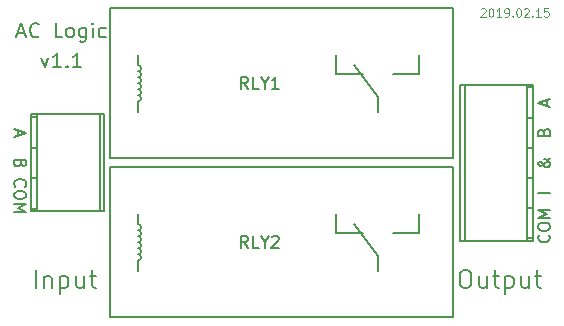
<source format=gbr>
%TF.GenerationSoftware,KiCad,Pcbnew,(5.1.10)-1*%
%TF.CreationDate,2022-08-28T21:22:16-05:00*%
%TF.ProjectId,AC Logic Board,4143204c-6f67-4696-9320-426f6172642e,rev?*%
%TF.SameCoordinates,Original*%
%TF.FileFunction,Legend,Top*%
%TF.FilePolarity,Positive*%
%FSLAX46Y46*%
G04 Gerber Fmt 4.6, Leading zero omitted, Abs format (unit mm)*
G04 Created by KiCad (PCBNEW (5.1.10)-1) date 2022-08-28 21:22:16*
%MOMM*%
%LPD*%
G01*
G04 APERTURE LIST*
%ADD10C,0.100000*%
%ADD11C,0.150000*%
%ADD12C,0.200000*%
G04 APERTURE END LIST*
D10*
X154359333Y-75883333D02*
X154392666Y-75850000D01*
X154459333Y-75816666D01*
X154626000Y-75816666D01*
X154692666Y-75850000D01*
X154726000Y-75883333D01*
X154759333Y-75950000D01*
X154759333Y-76016666D01*
X154726000Y-76116666D01*
X154326000Y-76516666D01*
X154759333Y-76516666D01*
X155192666Y-75816666D02*
X155259333Y-75816666D01*
X155326000Y-75850000D01*
X155359333Y-75883333D01*
X155392666Y-75950000D01*
X155426000Y-76083333D01*
X155426000Y-76250000D01*
X155392666Y-76383333D01*
X155359333Y-76450000D01*
X155326000Y-76483333D01*
X155259333Y-76516666D01*
X155192666Y-76516666D01*
X155126000Y-76483333D01*
X155092666Y-76450000D01*
X155059333Y-76383333D01*
X155026000Y-76250000D01*
X155026000Y-76083333D01*
X155059333Y-75950000D01*
X155092666Y-75883333D01*
X155126000Y-75850000D01*
X155192666Y-75816666D01*
X156092666Y-76516666D02*
X155692666Y-76516666D01*
X155892666Y-76516666D02*
X155892666Y-75816666D01*
X155826000Y-75916666D01*
X155759333Y-75983333D01*
X155692666Y-76016666D01*
X156426000Y-76516666D02*
X156559333Y-76516666D01*
X156626000Y-76483333D01*
X156659333Y-76450000D01*
X156726000Y-76350000D01*
X156759333Y-76216666D01*
X156759333Y-75950000D01*
X156726000Y-75883333D01*
X156692666Y-75850000D01*
X156626000Y-75816666D01*
X156492666Y-75816666D01*
X156426000Y-75850000D01*
X156392666Y-75883333D01*
X156359333Y-75950000D01*
X156359333Y-76116666D01*
X156392666Y-76183333D01*
X156426000Y-76216666D01*
X156492666Y-76250000D01*
X156626000Y-76250000D01*
X156692666Y-76216666D01*
X156726000Y-76183333D01*
X156759333Y-76116666D01*
X157059333Y-76450000D02*
X157092666Y-76483333D01*
X157059333Y-76516666D01*
X157026000Y-76483333D01*
X157059333Y-76450000D01*
X157059333Y-76516666D01*
X157526000Y-75816666D02*
X157592666Y-75816666D01*
X157659333Y-75850000D01*
X157692666Y-75883333D01*
X157726000Y-75950000D01*
X157759333Y-76083333D01*
X157759333Y-76250000D01*
X157726000Y-76383333D01*
X157692666Y-76450000D01*
X157659333Y-76483333D01*
X157592666Y-76516666D01*
X157526000Y-76516666D01*
X157459333Y-76483333D01*
X157426000Y-76450000D01*
X157392666Y-76383333D01*
X157359333Y-76250000D01*
X157359333Y-76083333D01*
X157392666Y-75950000D01*
X157426000Y-75883333D01*
X157459333Y-75850000D01*
X157526000Y-75816666D01*
X158026000Y-75883333D02*
X158059333Y-75850000D01*
X158126000Y-75816666D01*
X158292666Y-75816666D01*
X158359333Y-75850000D01*
X158392666Y-75883333D01*
X158426000Y-75950000D01*
X158426000Y-76016666D01*
X158392666Y-76116666D01*
X157992666Y-76516666D01*
X158426000Y-76516666D01*
X158726000Y-76450000D02*
X158759333Y-76483333D01*
X158726000Y-76516666D01*
X158692666Y-76483333D01*
X158726000Y-76450000D01*
X158726000Y-76516666D01*
X159426000Y-76516666D02*
X159026000Y-76516666D01*
X159226000Y-76516666D02*
X159226000Y-75816666D01*
X159159333Y-75916666D01*
X159092666Y-75983333D01*
X159026000Y-76016666D01*
X160059333Y-75816666D02*
X159726000Y-75816666D01*
X159692666Y-76150000D01*
X159726000Y-76116666D01*
X159792666Y-76083333D01*
X159959333Y-76083333D01*
X160026000Y-76116666D01*
X160059333Y-76150000D01*
X160092666Y-76216666D01*
X160092666Y-76383333D01*
X160059333Y-76450000D01*
X160026000Y-76483333D01*
X159959333Y-76516666D01*
X159792666Y-76516666D01*
X159726000Y-76483333D01*
X159692666Y-76450000D01*
D11*
X117157714Y-80006857D02*
X117443428Y-80806857D01*
X117729142Y-80006857D01*
X118814857Y-80806857D02*
X118129142Y-80806857D01*
X118472000Y-80806857D02*
X118472000Y-79606857D01*
X118357714Y-79778285D01*
X118243428Y-79892571D01*
X118129142Y-79949714D01*
X119329142Y-80692571D02*
X119386285Y-80749714D01*
X119329142Y-80806857D01*
X119272000Y-80749714D01*
X119329142Y-80692571D01*
X119329142Y-80806857D01*
X120529142Y-80806857D02*
X119843428Y-80806857D01*
X120186285Y-80806857D02*
X120186285Y-79606857D01*
X120072000Y-79778285D01*
X119957714Y-79892571D01*
X119843428Y-79949714D01*
X115157714Y-77924000D02*
X115729142Y-77924000D01*
X115043428Y-78266857D02*
X115443428Y-77066857D01*
X115843428Y-78266857D01*
X116929142Y-78152571D02*
X116872000Y-78209714D01*
X116700571Y-78266857D01*
X116586285Y-78266857D01*
X116414857Y-78209714D01*
X116300571Y-78095428D01*
X116243428Y-77981142D01*
X116186285Y-77752571D01*
X116186285Y-77581142D01*
X116243428Y-77352571D01*
X116300571Y-77238285D01*
X116414857Y-77124000D01*
X116586285Y-77066857D01*
X116700571Y-77066857D01*
X116872000Y-77124000D01*
X116929142Y-77181142D01*
X118929142Y-78266857D02*
X118357714Y-78266857D01*
X118357714Y-77066857D01*
X119500571Y-78266857D02*
X119386285Y-78209714D01*
X119329142Y-78152571D01*
X119272000Y-78038285D01*
X119272000Y-77695428D01*
X119329142Y-77581142D01*
X119386285Y-77524000D01*
X119500571Y-77466857D01*
X119672000Y-77466857D01*
X119786285Y-77524000D01*
X119843428Y-77581142D01*
X119900571Y-77695428D01*
X119900571Y-78038285D01*
X119843428Y-78152571D01*
X119786285Y-78209714D01*
X119672000Y-78266857D01*
X119500571Y-78266857D01*
X120929142Y-77466857D02*
X120929142Y-78438285D01*
X120872000Y-78552571D01*
X120814857Y-78609714D01*
X120700571Y-78666857D01*
X120529142Y-78666857D01*
X120414857Y-78609714D01*
X120929142Y-78209714D02*
X120814857Y-78266857D01*
X120586285Y-78266857D01*
X120472000Y-78209714D01*
X120414857Y-78152571D01*
X120357714Y-78038285D01*
X120357714Y-77695428D01*
X120414857Y-77581142D01*
X120472000Y-77524000D01*
X120586285Y-77466857D01*
X120814857Y-77466857D01*
X120929142Y-77524000D01*
X121500571Y-78266857D02*
X121500571Y-77466857D01*
X121500571Y-77066857D02*
X121443428Y-77124000D01*
X121500571Y-77181142D01*
X121557714Y-77124000D01*
X121500571Y-77066857D01*
X121500571Y-77181142D01*
X122586285Y-78209714D02*
X122472000Y-78266857D01*
X122243428Y-78266857D01*
X122129142Y-78209714D01*
X122072000Y-78152571D01*
X122014857Y-78038285D01*
X122014857Y-77695428D01*
X122072000Y-77581142D01*
X122129142Y-77524000D01*
X122243428Y-77466857D01*
X122472000Y-77466857D01*
X122586285Y-77524000D01*
X160123142Y-95019714D02*
X160170761Y-95067333D01*
X160218380Y-95210190D01*
X160218380Y-95305428D01*
X160170761Y-95448285D01*
X160075523Y-95543523D01*
X159980285Y-95591142D01*
X159789809Y-95638761D01*
X159646952Y-95638761D01*
X159456476Y-95591142D01*
X159361238Y-95543523D01*
X159266000Y-95448285D01*
X159218380Y-95305428D01*
X159218380Y-95210190D01*
X159266000Y-95067333D01*
X159313619Y-95019714D01*
X159218380Y-94400666D02*
X159218380Y-94210190D01*
X159266000Y-94114952D01*
X159361238Y-94019714D01*
X159551714Y-93972095D01*
X159885047Y-93972095D01*
X160075523Y-94019714D01*
X160170761Y-94114952D01*
X160218380Y-94210190D01*
X160218380Y-94400666D01*
X160170761Y-94495904D01*
X160075523Y-94591142D01*
X159885047Y-94638761D01*
X159551714Y-94638761D01*
X159361238Y-94591142D01*
X159266000Y-94495904D01*
X159218380Y-94400666D01*
X160218380Y-93543523D02*
X159218380Y-93543523D01*
X159932666Y-93210190D01*
X159218380Y-92876857D01*
X160218380Y-92876857D01*
X160218380Y-91440000D02*
X159218380Y-91440000D01*
X160218380Y-88471428D02*
X160218380Y-88519047D01*
X160170761Y-88614285D01*
X160027904Y-88757142D01*
X159742190Y-88995238D01*
X159599333Y-89090476D01*
X159456476Y-89138095D01*
X159361238Y-89138095D01*
X159266000Y-89090476D01*
X159218380Y-88995238D01*
X159218380Y-88947619D01*
X159266000Y-88852380D01*
X159361238Y-88804761D01*
X159408857Y-88804761D01*
X159504095Y-88852380D01*
X159551714Y-88900000D01*
X159742190Y-89185714D01*
X159789809Y-89233333D01*
X159885047Y-89280952D01*
X160027904Y-89280952D01*
X160123142Y-89233333D01*
X160170761Y-89185714D01*
X160218380Y-89090476D01*
X160218380Y-88947619D01*
X160170761Y-88852380D01*
X160123142Y-88804761D01*
X159932666Y-88661904D01*
X159789809Y-88614285D01*
X159694571Y-88614285D01*
X159694571Y-86288571D02*
X159742190Y-86145714D01*
X159789809Y-86098095D01*
X159885047Y-86050476D01*
X160027904Y-86050476D01*
X160123142Y-86098095D01*
X160170761Y-86145714D01*
X160218380Y-86240952D01*
X160218380Y-86621904D01*
X159218380Y-86621904D01*
X159218380Y-86288571D01*
X159266000Y-86193333D01*
X159313619Y-86145714D01*
X159408857Y-86098095D01*
X159504095Y-86098095D01*
X159599333Y-86145714D01*
X159646952Y-86193333D01*
X159694571Y-86288571D01*
X159694571Y-86621904D01*
X159932666Y-84058095D02*
X159932666Y-83581904D01*
X160218380Y-84153333D02*
X159218380Y-83820000D01*
X160218380Y-83486666D01*
D12*
X152920285Y-97984571D02*
X153206000Y-97984571D01*
X153348857Y-98056000D01*
X153491714Y-98198857D01*
X153563142Y-98484571D01*
X153563142Y-98984571D01*
X153491714Y-99270285D01*
X153348857Y-99413142D01*
X153206000Y-99484571D01*
X152920285Y-99484571D01*
X152777428Y-99413142D01*
X152634571Y-99270285D01*
X152563142Y-98984571D01*
X152563142Y-98484571D01*
X152634571Y-98198857D01*
X152777428Y-98056000D01*
X152920285Y-97984571D01*
X154848857Y-98484571D02*
X154848857Y-99484571D01*
X154206000Y-98484571D02*
X154206000Y-99270285D01*
X154277428Y-99413142D01*
X154420285Y-99484571D01*
X154634571Y-99484571D01*
X154777428Y-99413142D01*
X154848857Y-99341714D01*
X155348857Y-98484571D02*
X155920285Y-98484571D01*
X155563142Y-97984571D02*
X155563142Y-99270285D01*
X155634571Y-99413142D01*
X155777428Y-99484571D01*
X155920285Y-99484571D01*
X156420285Y-98484571D02*
X156420285Y-99984571D01*
X156420285Y-98556000D02*
X156563142Y-98484571D01*
X156848857Y-98484571D01*
X156991714Y-98556000D01*
X157063142Y-98627428D01*
X157134571Y-98770285D01*
X157134571Y-99198857D01*
X157063142Y-99341714D01*
X156991714Y-99413142D01*
X156848857Y-99484571D01*
X156563142Y-99484571D01*
X156420285Y-99413142D01*
X158420285Y-98484571D02*
X158420285Y-99484571D01*
X157777428Y-98484571D02*
X157777428Y-99270285D01*
X157848857Y-99413142D01*
X157991714Y-99484571D01*
X158206000Y-99484571D01*
X158348857Y-99413142D01*
X158420285Y-99341714D01*
X158920285Y-98484571D02*
X159491714Y-98484571D01*
X159134571Y-97984571D02*
X159134571Y-99270285D01*
X159206000Y-99413142D01*
X159348857Y-99484571D01*
X159491714Y-99484571D01*
D11*
X114958857Y-90908285D02*
X114911238Y-90860666D01*
X114863619Y-90717809D01*
X114863619Y-90622571D01*
X114911238Y-90479714D01*
X115006476Y-90384476D01*
X115101714Y-90336857D01*
X115292190Y-90289238D01*
X115435047Y-90289238D01*
X115625523Y-90336857D01*
X115720761Y-90384476D01*
X115816000Y-90479714D01*
X115863619Y-90622571D01*
X115863619Y-90717809D01*
X115816000Y-90860666D01*
X115768380Y-90908285D01*
X115863619Y-91527333D02*
X115863619Y-91717809D01*
X115816000Y-91813047D01*
X115720761Y-91908285D01*
X115530285Y-91955904D01*
X115196952Y-91955904D01*
X115006476Y-91908285D01*
X114911238Y-91813047D01*
X114863619Y-91717809D01*
X114863619Y-91527333D01*
X114911238Y-91432095D01*
X115006476Y-91336857D01*
X115196952Y-91289238D01*
X115530285Y-91289238D01*
X115720761Y-91336857D01*
X115816000Y-91432095D01*
X115863619Y-91527333D01*
X114863619Y-92384476D02*
X115863619Y-92384476D01*
X115149333Y-92717809D01*
X115863619Y-93051142D01*
X114863619Y-93051142D01*
X115387428Y-88971428D02*
X115339809Y-89114285D01*
X115292190Y-89161904D01*
X115196952Y-89209523D01*
X115054095Y-89209523D01*
X114958857Y-89161904D01*
X114911238Y-89114285D01*
X114863619Y-89019047D01*
X114863619Y-88638095D01*
X115863619Y-88638095D01*
X115863619Y-88971428D01*
X115816000Y-89066666D01*
X115768380Y-89114285D01*
X115673142Y-89161904D01*
X115577904Y-89161904D01*
X115482666Y-89114285D01*
X115435047Y-89066666D01*
X115387428Y-88971428D01*
X115387428Y-88638095D01*
X115149333Y-86121904D02*
X115149333Y-86598095D01*
X114863619Y-86026666D02*
X115863619Y-86360000D01*
X114863619Y-86693333D01*
D12*
X116661714Y-99484571D02*
X116661714Y-97984571D01*
X117376000Y-98484571D02*
X117376000Y-99484571D01*
X117376000Y-98627428D02*
X117447428Y-98556000D01*
X117590285Y-98484571D01*
X117804571Y-98484571D01*
X117947428Y-98556000D01*
X118018857Y-98698857D01*
X118018857Y-99484571D01*
X118733142Y-98484571D02*
X118733142Y-99984571D01*
X118733142Y-98556000D02*
X118876000Y-98484571D01*
X119161714Y-98484571D01*
X119304571Y-98556000D01*
X119376000Y-98627428D01*
X119447428Y-98770285D01*
X119447428Y-99198857D01*
X119376000Y-99341714D01*
X119304571Y-99413142D01*
X119161714Y-99484571D01*
X118876000Y-99484571D01*
X118733142Y-99413142D01*
X120733142Y-98484571D02*
X120733142Y-99484571D01*
X120090285Y-98484571D02*
X120090285Y-99270285D01*
X120161714Y-99413142D01*
X120304571Y-99484571D01*
X120518857Y-99484571D01*
X120661714Y-99413142D01*
X120733142Y-99341714D01*
X121233142Y-98484571D02*
X121804571Y-98484571D01*
X121447428Y-97984571D02*
X121447428Y-99270285D01*
X121518857Y-99413142D01*
X121661714Y-99484571D01*
X121804571Y-99484571D01*
D11*
%TO.C,RLY1*%
X122986000Y-75819000D02*
X151986000Y-75819000D01*
X151986000Y-75819000D02*
X151986000Y-88519000D01*
X151986000Y-88519000D02*
X122986000Y-88519000D01*
X122986000Y-75819000D02*
X122986000Y-88519000D01*
X142113000Y-79756000D02*
X142113000Y-81407000D01*
X142113000Y-81407000D02*
X144399000Y-81407000D01*
X149098000Y-79756000D02*
X149098000Y-81407000D01*
X149098000Y-81407000D02*
X146939000Y-81407000D01*
X145669000Y-84582000D02*
X145669000Y-83312000D01*
X145669000Y-83312000D02*
X143637000Y-80645000D01*
X125349000Y-83693000D02*
X125349000Y-84582000D01*
X125349000Y-80645000D02*
X125349000Y-79756000D01*
X125349000Y-82169000D02*
G75*
G03*
X125349000Y-81661000I0J254000D01*
G01*
X125349000Y-81153000D02*
G75*
G03*
X125349000Y-80645000I0J254000D01*
G01*
X125349000Y-81661000D02*
G75*
G03*
X125349000Y-81153000I0J254000D01*
G01*
X125349000Y-83185000D02*
G75*
G03*
X125349000Y-82677000I0J254000D01*
G01*
X125349000Y-82677000D02*
G75*
G03*
X125349000Y-82169000I0J254000D01*
G01*
X125349000Y-83693000D02*
G75*
G03*
X125349000Y-83185000I0J254000D01*
G01*
%TO.C,RLY2*%
X122986000Y-89281000D02*
X151986000Y-89281000D01*
X151986000Y-89281000D02*
X151986000Y-101981000D01*
X151986000Y-101981000D02*
X122986000Y-101981000D01*
X122986000Y-89281000D02*
X122986000Y-101981000D01*
X142113000Y-93218000D02*
X142113000Y-94869000D01*
X142113000Y-94869000D02*
X144399000Y-94869000D01*
X149098000Y-93218000D02*
X149098000Y-94869000D01*
X149098000Y-94869000D02*
X146939000Y-94869000D01*
X145669000Y-98044000D02*
X145669000Y-96774000D01*
X145669000Y-96774000D02*
X143637000Y-94107000D01*
X125349000Y-97155000D02*
X125349000Y-98044000D01*
X125349000Y-94107000D02*
X125349000Y-93218000D01*
X125349000Y-95631000D02*
G75*
G03*
X125349000Y-95123000I0J254000D01*
G01*
X125349000Y-94615000D02*
G75*
G03*
X125349000Y-94107000I0J254000D01*
G01*
X125349000Y-95123000D02*
G75*
G03*
X125349000Y-94615000I0J254000D01*
G01*
X125349000Y-96647000D02*
G75*
G03*
X125349000Y-96139000I0J254000D01*
G01*
X125349000Y-96139000D02*
G75*
G03*
X125349000Y-95631000I0J254000D01*
G01*
X125349000Y-97155000D02*
G75*
G03*
X125349000Y-96647000I0J254000D01*
G01*
%TO.C,J2*%
X152603200Y-95496380D02*
X158800800Y-95496380D01*
X158800800Y-82303620D02*
X152603200Y-82303620D01*
X158800800Y-92697300D02*
X158302960Y-92697300D01*
X158302960Y-82501740D02*
X158800800Y-82501740D01*
X158800800Y-95298260D02*
X158302960Y-95298260D01*
X158302960Y-90200480D02*
X158800800Y-90200480D01*
X158302960Y-87602060D02*
X158800800Y-87602060D01*
X152603200Y-82301080D02*
X152603200Y-95498920D01*
X153001980Y-95498920D02*
X153001980Y-82301080D01*
X158302960Y-95498920D02*
X158302960Y-82301080D01*
X158800800Y-82301080D02*
X158800800Y-95498920D01*
X158302960Y-85100160D02*
X158800800Y-85100160D01*
%TO.C,J1*%
X122478800Y-84802980D02*
X116281200Y-84802980D01*
X116281200Y-92999560D02*
X122478800Y-92999560D01*
X116281200Y-87602060D02*
X116779040Y-87602060D01*
X116779040Y-92801440D02*
X116281200Y-92801440D01*
X116281200Y-85001100D02*
X116779040Y-85001100D01*
X116779040Y-90200480D02*
X116281200Y-90200480D01*
X116281200Y-84800440D02*
X116281200Y-92999560D01*
X116779040Y-92999560D02*
X116779040Y-84800440D01*
X122080020Y-92999560D02*
X122080020Y-84800440D01*
X122478800Y-92999560D02*
X122478800Y-84800440D01*
%TO.C,RLY1*%
X134636000Y-82621380D02*
X134302666Y-82145190D01*
X134064571Y-82621380D02*
X134064571Y-81621380D01*
X134445523Y-81621380D01*
X134540761Y-81669000D01*
X134588380Y-81716619D01*
X134636000Y-81811857D01*
X134636000Y-81954714D01*
X134588380Y-82049952D01*
X134540761Y-82097571D01*
X134445523Y-82145190D01*
X134064571Y-82145190D01*
X135540761Y-82621380D02*
X135064571Y-82621380D01*
X135064571Y-81621380D01*
X136064571Y-82145190D02*
X136064571Y-82621380D01*
X135731238Y-81621380D02*
X136064571Y-82145190D01*
X136397904Y-81621380D01*
X137255047Y-82621380D02*
X136683619Y-82621380D01*
X136969333Y-82621380D02*
X136969333Y-81621380D01*
X136874095Y-81764238D01*
X136778857Y-81859476D01*
X136683619Y-81907095D01*
%TO.C,RLY2*%
X134636000Y-96083380D02*
X134302666Y-95607190D01*
X134064571Y-96083380D02*
X134064571Y-95083380D01*
X134445523Y-95083380D01*
X134540761Y-95131000D01*
X134588380Y-95178619D01*
X134636000Y-95273857D01*
X134636000Y-95416714D01*
X134588380Y-95511952D01*
X134540761Y-95559571D01*
X134445523Y-95607190D01*
X134064571Y-95607190D01*
X135540761Y-96083380D02*
X135064571Y-96083380D01*
X135064571Y-95083380D01*
X136064571Y-95607190D02*
X136064571Y-96083380D01*
X135731238Y-95083380D02*
X136064571Y-95607190D01*
X136397904Y-95083380D01*
X136683619Y-95178619D02*
X136731238Y-95131000D01*
X136826476Y-95083380D01*
X137064571Y-95083380D01*
X137159809Y-95131000D01*
X137207428Y-95178619D01*
X137255047Y-95273857D01*
X137255047Y-95369095D01*
X137207428Y-95511952D01*
X136636000Y-96083380D01*
X137255047Y-96083380D01*
%TD*%
M02*

</source>
